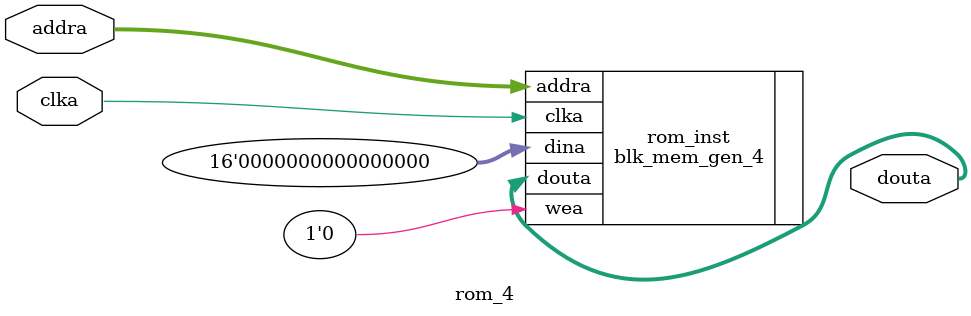
<source format=v>
module rom_4(
    input   wire              clka,     // 时钟
    input   wire  [14:0]      addra,    // 地址总线 
    output  wire  [11:0]      douta     // 数据总线 
);

// 实例化 Block Memory Generator IP 核（单端口 ROM）
blk_mem_gen_4 rom_inst (
    .clka(clka),        // 时钟输入
    .wea(1'b0),         // 写使能信号(ROM中固定为0)
    .addra(addra),      // 地址输入
    .dina(16'h0),       // 数据输入(ROM中未使用)
    .douta(douta)       // 数据输出
);

endmodule
</source>
